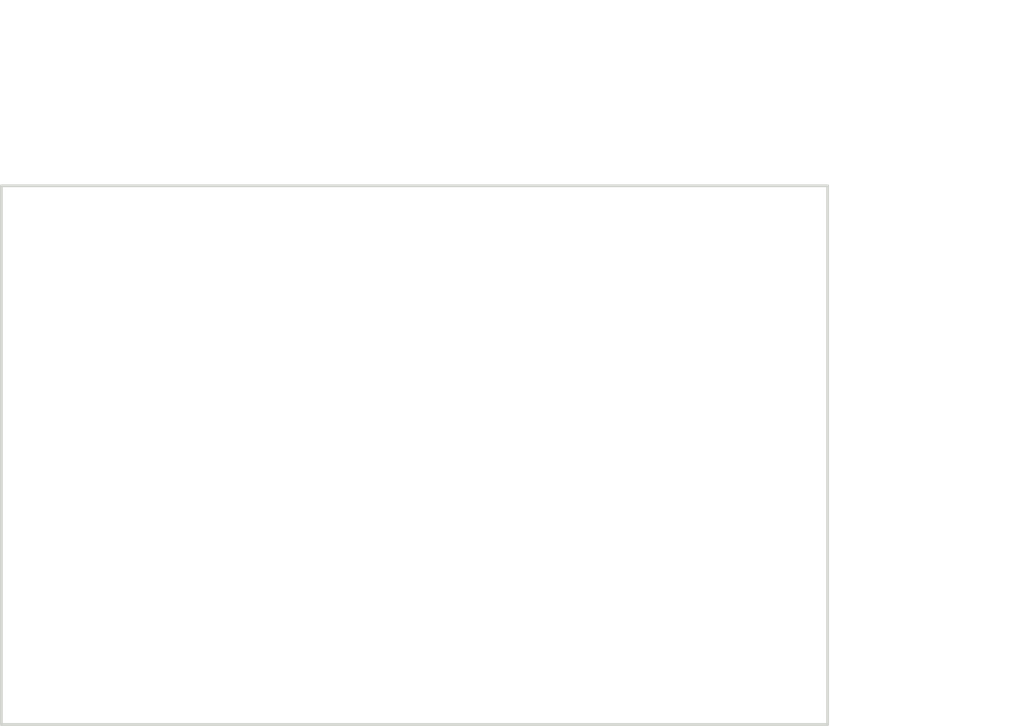
<source format=kicad_pcb>
(kicad_pcb (version 20171130) (host pcbnew "(5.1.0)-1")

  (general
    (thickness 1.6)
    (drawings 16)
    (tracks 0)
    (zones 0)
    (modules 0)
    (nets 1)
  )

  (page A4)
  (layers
    (0 F.Cu signal)
    (31 B.Cu signal)
    (32 B.Adhes user)
    (33 F.Adhes user)
    (34 B.Paste user)
    (35 F.Paste user)
    (36 B.SilkS user)
    (37 F.SilkS user)
    (38 B.Mask user)
    (39 F.Mask user)
    (40 Dwgs.User user)
    (41 Cmts.User user)
    (42 Eco1.User user)
    (43 Eco2.User user)
    (44 Edge.Cuts user)
    (45 Margin user)
    (46 B.CrtYd user)
    (47 F.CrtYd user)
    (48 B.Fab user)
    (49 F.Fab user)
  )

  (setup
    (last_trace_width 0.25)
    (trace_clearance 0.2)
    (zone_clearance 0.508)
    (zone_45_only no)
    (trace_min 0.2)
    (via_size 0.8)
    (via_drill 0.4)
    (via_min_size 0.4)
    (via_min_drill 0.3)
    (uvia_size 0.3)
    (uvia_drill 0.1)
    (uvias_allowed no)
    (uvia_min_size 0.2)
    (uvia_min_drill 0.1)
    (edge_width 0.05)
    (segment_width 0.2)
    (pcb_text_width 0.3)
    (pcb_text_size 1.5 1.5)
    (mod_edge_width 0.12)
    (mod_text_size 1 1)
    (mod_text_width 0.15)
    (pad_size 1.524 1.524)
    (pad_drill 0.762)
    (pad_to_mask_clearance 0.051)
    (solder_mask_min_width 0.25)
    (aux_axis_origin 0 0)
    (visible_elements FFFFFF7F)
    (pcbplotparams
      (layerselection 0x010fc_ffffffff)
      (usegerberextensions false)
      (usegerberattributes false)
      (usegerberadvancedattributes false)
      (creategerberjobfile false)
      (excludeedgelayer true)
      (linewidth 0.152400)
      (plotframeref false)
      (viasonmask false)
      (mode 1)
      (useauxorigin false)
      (hpglpennumber 1)
      (hpglpenspeed 20)
      (hpglpendiameter 15.000000)
      (psnegative false)
      (psa4output false)
      (plotreference true)
      (plotvalue true)
      (plotinvisibletext false)
      (padsonsilk false)
      (subtractmaskfromsilk false)
      (outputformat 1)
      (mirror false)
      (drillshape 1)
      (scaleselection 1)
      (outputdirectory ""))
  )

  (net 0 "")

  (net_class Default "This is the default net class."
    (clearance 0.2)
    (trace_width 0.25)
    (via_dia 0.8)
    (via_drill 0.4)
    (uvia_dia 0.3)
    (uvia_drill 0.1)
  )

  (gr_line (start 172.392617 119.026961) (end 172.392617 80.526961) (layer Edge.Cuts) (width 0.2))
  (gr_line (start 172.392617 80.526961) (end 113.392617 80.526961) (layer Edge.Cuts) (width 0.2))
  (gr_line (start 113.392617 80.526961) (end 113.392617 119.026961) (layer Edge.Cuts) (width 0.2))
  (gr_line (start 113.392617 119.026961) (end 172.392617 119.026961) (layer Edge.Cuts) (width 0.2))
  (gr_text [1.52] (at 182.392617 91.166422) (layer Dwgs.User)
    (effects (font (size 1.7 1.53) (thickness 0.2125)))
  )
  (gr_text " 38.50" (at 182.392617 87.608407) (layer Dwgs.User)
    (effects (font (size 1.7 1.53) (thickness 0.2125)))
  )
  (gr_line (start 182.392617 82.526961) (end 182.392617 85.718946) (layer Dwgs.User) (width 0.2))
  (gr_line (start 182.392617 117.026961) (end 182.392617 92.834976) (layer Dwgs.User) (width 0.2))
  (gr_line (start 173.392617 80.526961) (end 185.567617 80.526961) (layer Dwgs.User) (width 0.2))
  (gr_line (start 173.392617 119.026961) (end 185.567617 119.026961) (layer Dwgs.User) (width 0.2))
  (gr_text [2.32] (at 132.892617 72.416422) (layer Dwgs.User)
    (effects (font (size 1.7 1.53) (thickness 0.2125)))
  )
  (gr_text " 59.00" (at 132.892617 68.858987) (layer Dwgs.User)
    (effects (font (size 1.7 1.53) (thickness 0.2125)))
  )
  (gr_line (start 115.392617 70.526961) (end 128.848006 70.526961) (layer Dwgs.User) (width 0.2))
  (gr_line (start 170.392617 70.526961) (end 136.937229 70.526961) (layer Dwgs.User) (width 0.2))
  (gr_line (start 113.392617 79.526961) (end 113.392617 67.351961) (layer Dwgs.User) (width 0.2))
  (gr_line (start 172.392617 79.526961) (end 172.392617 67.351961) (layer Dwgs.User) (width 0.2))

)

</source>
